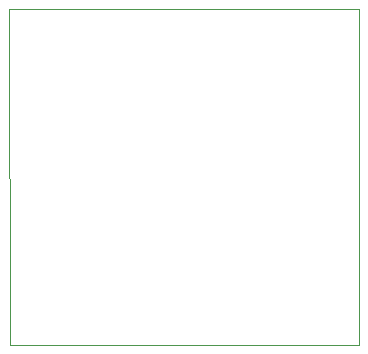
<source format=gbr>
%TF.GenerationSoftware,Altium Limited,Altium Designer,23.4.1 (23)*%
G04 Layer_Color=0*
%FSLAX26Y26*%
%MOIN*%
%TF.SameCoordinates,58D80696-3D7F-4981-BD36-B6FE397AE5C4*%
%TF.FilePolarity,Positive*%
%TF.FileFunction,Profile,NP*%
%TF.Part,Single*%
G01*
G75*
%TA.AperFunction,Profile*%
%ADD27C,0.001000*%
D27*
X1003000Y2925017D02*
X2167000D01*
X2168983Y2927000D01*
Y4045000D01*
X2167000Y4046983D01*
X1003000D01*
X1001016Y4045000D01*
X1003000Y2925017D01*
%TF.MD5,b411c11d713da534d837c5a3337bf1f3*%
M02*

</source>
